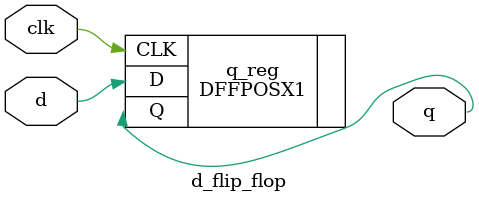
<source format=v>


// Verification Directory fv/d_flip_flop 

module d_flip_flop(clk, d, q);
  input clk, d;
  output q;
  wire clk, d;
  wire q;
  DFFPOSX1 q_reg(.CLK (clk), .D (d), .Q (q));
endmodule


</source>
